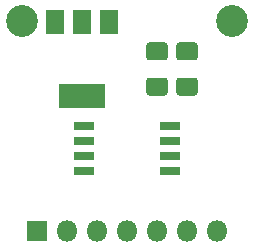
<source format=gbr>
%TF.GenerationSoftware,KiCad,Pcbnew,5.1.6-c6e7f7d~86~ubuntu18.04.1*%
%TF.CreationDate,2020-05-18T18:47:09-04:00*%
%TF.ProjectId,battery,62617474-6572-4792-9e6b-696361645f70,rev?*%
%TF.SameCoordinates,Original*%
%TF.FileFunction,Soldermask,Top*%
%TF.FilePolarity,Negative*%
%FSLAX46Y46*%
G04 Gerber Fmt 4.6, Leading zero omitted, Abs format (unit mm)*
G04 Created by KiCad (PCBNEW 5.1.6-c6e7f7d~86~ubuntu18.04.1) date 2020-05-18 18:47:09*
%MOMM*%
%LPD*%
G01*
G04 APERTURE LIST*
%ADD10O,1.800000X1.800000*%
%ADD11R,1.800000X1.800000*%
%ADD12C,2.700000*%
%ADD13R,1.600000X2.100000*%
%ADD14R,3.900000X2.100000*%
%ADD15R,1.800000X0.750000*%
G04 APERTURE END LIST*
D10*
%TO.C,J1*%
X151130000Y-101600000D03*
X148590000Y-101600000D03*
X146050000Y-101600000D03*
X143510000Y-101600000D03*
X140970000Y-101600000D03*
X138430000Y-101600000D03*
D11*
X135890000Y-101600000D03*
%TD*%
D12*
%TO.C,J3*%
X152400000Y-83820000D03*
%TD*%
%TO.C,J2*%
X134620000Y-83820000D03*
%TD*%
D13*
%TO.C,U2*%
X142000000Y-83870000D03*
X137400000Y-83870000D03*
X139700000Y-83870000D03*
D14*
X139700000Y-90170000D03*
%TD*%
D15*
%TO.C,U1*%
X139860000Y-96520000D03*
X139860000Y-95250000D03*
X139860000Y-93980000D03*
X139860000Y-92710000D03*
X147160000Y-92710000D03*
X147160000Y-93980000D03*
X147160000Y-95250000D03*
X147160000Y-96520000D03*
%TD*%
%TO.C,R2*%
G36*
G01*
X145392544Y-85597500D02*
X146707456Y-85597500D01*
G75*
G02*
X146975000Y-85865044I0J-267544D01*
G01*
X146975000Y-86854956D01*
G75*
G02*
X146707456Y-87122500I-267544J0D01*
G01*
X145392544Y-87122500D01*
G75*
G02*
X145125000Y-86854956I0J267544D01*
G01*
X145125000Y-85865044D01*
G75*
G02*
X145392544Y-85597500I267544J0D01*
G01*
G37*
G36*
G01*
X145392544Y-88572500D02*
X146707456Y-88572500D01*
G75*
G02*
X146975000Y-88840044I0J-267544D01*
G01*
X146975000Y-89829956D01*
G75*
G02*
X146707456Y-90097500I-267544J0D01*
G01*
X145392544Y-90097500D01*
G75*
G02*
X145125000Y-89829956I0J267544D01*
G01*
X145125000Y-88840044D01*
G75*
G02*
X145392544Y-88572500I267544J0D01*
G01*
G37*
%TD*%
%TO.C,R1*%
G36*
G01*
X147932544Y-85597500D02*
X149247456Y-85597500D01*
G75*
G02*
X149515000Y-85865044I0J-267544D01*
G01*
X149515000Y-86854956D01*
G75*
G02*
X149247456Y-87122500I-267544J0D01*
G01*
X147932544Y-87122500D01*
G75*
G02*
X147665000Y-86854956I0J267544D01*
G01*
X147665000Y-85865044D01*
G75*
G02*
X147932544Y-85597500I267544J0D01*
G01*
G37*
G36*
G01*
X147932544Y-88572500D02*
X149247456Y-88572500D01*
G75*
G02*
X149515000Y-88840044I0J-267544D01*
G01*
X149515000Y-89829956D01*
G75*
G02*
X149247456Y-90097500I-267544J0D01*
G01*
X147932544Y-90097500D01*
G75*
G02*
X147665000Y-89829956I0J267544D01*
G01*
X147665000Y-88840044D01*
G75*
G02*
X147932544Y-88572500I267544J0D01*
G01*
G37*
%TD*%
M02*

</source>
